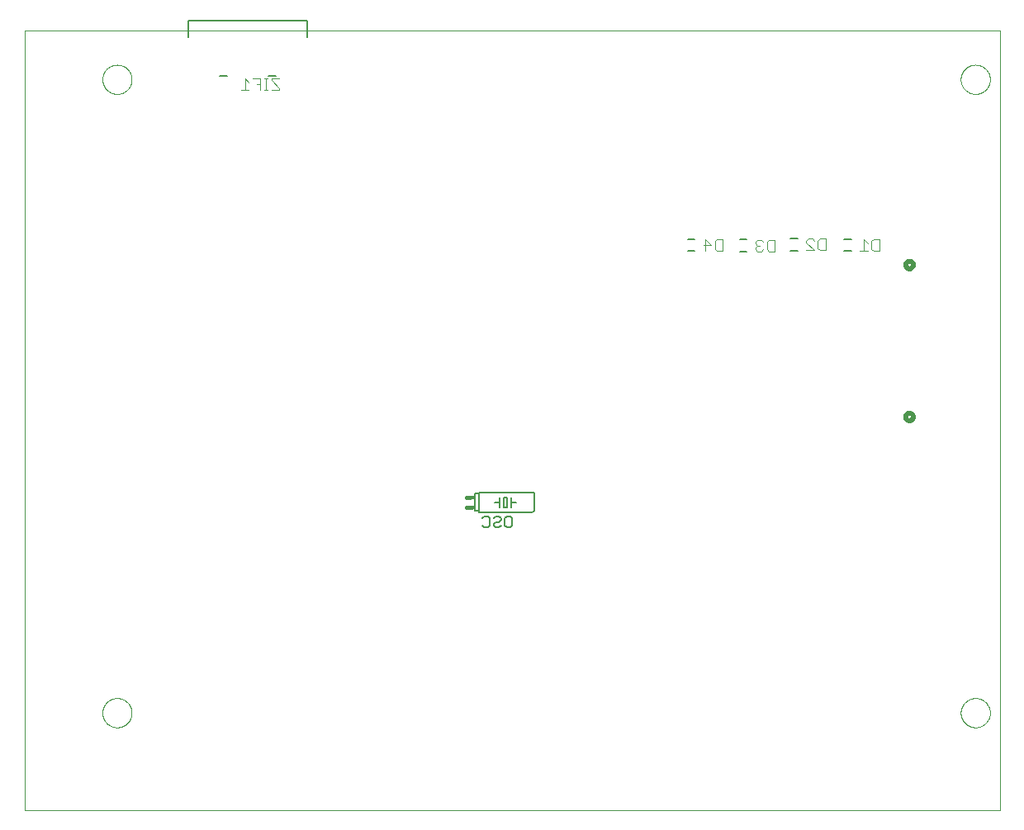
<source format=gbo>
G75*
%MOIN*%
%OFA0B0*%
%FSLAX25Y25*%
%IPPOS*%
%LPD*%
%AMOC8*
5,1,8,0,0,1.08239X$1,22.5*
%
%ADD10C,0.00000*%
%ADD11C,0.00600*%
%ADD12C,0.01600*%
%ADD13C,0.00500*%
%ADD14R,0.02300X0.01600*%
%ADD15C,0.00300*%
%ADD16C,0.02000*%
D10*
X0008551Y0007554D02*
X0008551Y0322514D01*
X0402252Y0322514D01*
X0402252Y0007554D01*
X0008551Y0007554D01*
X0040047Y0046924D02*
X0040049Y0047077D01*
X0040055Y0047231D01*
X0040065Y0047384D01*
X0040079Y0047536D01*
X0040097Y0047689D01*
X0040119Y0047840D01*
X0040144Y0047991D01*
X0040174Y0048142D01*
X0040208Y0048292D01*
X0040245Y0048440D01*
X0040286Y0048588D01*
X0040331Y0048734D01*
X0040380Y0048880D01*
X0040433Y0049024D01*
X0040489Y0049166D01*
X0040549Y0049307D01*
X0040613Y0049447D01*
X0040680Y0049585D01*
X0040751Y0049721D01*
X0040826Y0049855D01*
X0040903Y0049987D01*
X0040985Y0050117D01*
X0041069Y0050245D01*
X0041157Y0050371D01*
X0041248Y0050494D01*
X0041342Y0050615D01*
X0041440Y0050733D01*
X0041540Y0050849D01*
X0041644Y0050962D01*
X0041750Y0051073D01*
X0041859Y0051181D01*
X0041971Y0051286D01*
X0042085Y0051387D01*
X0042203Y0051486D01*
X0042322Y0051582D01*
X0042444Y0051675D01*
X0042569Y0051764D01*
X0042696Y0051851D01*
X0042825Y0051933D01*
X0042956Y0052013D01*
X0043089Y0052089D01*
X0043224Y0052162D01*
X0043361Y0052231D01*
X0043500Y0052296D01*
X0043640Y0052358D01*
X0043782Y0052416D01*
X0043925Y0052471D01*
X0044070Y0052522D01*
X0044216Y0052569D01*
X0044363Y0052612D01*
X0044511Y0052651D01*
X0044660Y0052687D01*
X0044810Y0052718D01*
X0044961Y0052746D01*
X0045112Y0052770D01*
X0045265Y0052790D01*
X0045417Y0052806D01*
X0045570Y0052818D01*
X0045723Y0052826D01*
X0045876Y0052830D01*
X0046030Y0052830D01*
X0046183Y0052826D01*
X0046336Y0052818D01*
X0046489Y0052806D01*
X0046641Y0052790D01*
X0046794Y0052770D01*
X0046945Y0052746D01*
X0047096Y0052718D01*
X0047246Y0052687D01*
X0047395Y0052651D01*
X0047543Y0052612D01*
X0047690Y0052569D01*
X0047836Y0052522D01*
X0047981Y0052471D01*
X0048124Y0052416D01*
X0048266Y0052358D01*
X0048406Y0052296D01*
X0048545Y0052231D01*
X0048682Y0052162D01*
X0048817Y0052089D01*
X0048950Y0052013D01*
X0049081Y0051933D01*
X0049210Y0051851D01*
X0049337Y0051764D01*
X0049462Y0051675D01*
X0049584Y0051582D01*
X0049703Y0051486D01*
X0049821Y0051387D01*
X0049935Y0051286D01*
X0050047Y0051181D01*
X0050156Y0051073D01*
X0050262Y0050962D01*
X0050366Y0050849D01*
X0050466Y0050733D01*
X0050564Y0050615D01*
X0050658Y0050494D01*
X0050749Y0050371D01*
X0050837Y0050245D01*
X0050921Y0050117D01*
X0051003Y0049987D01*
X0051080Y0049855D01*
X0051155Y0049721D01*
X0051226Y0049585D01*
X0051293Y0049447D01*
X0051357Y0049307D01*
X0051417Y0049166D01*
X0051473Y0049024D01*
X0051526Y0048880D01*
X0051575Y0048734D01*
X0051620Y0048588D01*
X0051661Y0048440D01*
X0051698Y0048292D01*
X0051732Y0048142D01*
X0051762Y0047991D01*
X0051787Y0047840D01*
X0051809Y0047689D01*
X0051827Y0047536D01*
X0051841Y0047384D01*
X0051851Y0047231D01*
X0051857Y0047077D01*
X0051859Y0046924D01*
X0051857Y0046771D01*
X0051851Y0046617D01*
X0051841Y0046464D01*
X0051827Y0046312D01*
X0051809Y0046159D01*
X0051787Y0046008D01*
X0051762Y0045857D01*
X0051732Y0045706D01*
X0051698Y0045556D01*
X0051661Y0045408D01*
X0051620Y0045260D01*
X0051575Y0045114D01*
X0051526Y0044968D01*
X0051473Y0044824D01*
X0051417Y0044682D01*
X0051357Y0044541D01*
X0051293Y0044401D01*
X0051226Y0044263D01*
X0051155Y0044127D01*
X0051080Y0043993D01*
X0051003Y0043861D01*
X0050921Y0043731D01*
X0050837Y0043603D01*
X0050749Y0043477D01*
X0050658Y0043354D01*
X0050564Y0043233D01*
X0050466Y0043115D01*
X0050366Y0042999D01*
X0050262Y0042886D01*
X0050156Y0042775D01*
X0050047Y0042667D01*
X0049935Y0042562D01*
X0049821Y0042461D01*
X0049703Y0042362D01*
X0049584Y0042266D01*
X0049462Y0042173D01*
X0049337Y0042084D01*
X0049210Y0041997D01*
X0049081Y0041915D01*
X0048950Y0041835D01*
X0048817Y0041759D01*
X0048682Y0041686D01*
X0048545Y0041617D01*
X0048406Y0041552D01*
X0048266Y0041490D01*
X0048124Y0041432D01*
X0047981Y0041377D01*
X0047836Y0041326D01*
X0047690Y0041279D01*
X0047543Y0041236D01*
X0047395Y0041197D01*
X0047246Y0041161D01*
X0047096Y0041130D01*
X0046945Y0041102D01*
X0046794Y0041078D01*
X0046641Y0041058D01*
X0046489Y0041042D01*
X0046336Y0041030D01*
X0046183Y0041022D01*
X0046030Y0041018D01*
X0045876Y0041018D01*
X0045723Y0041022D01*
X0045570Y0041030D01*
X0045417Y0041042D01*
X0045265Y0041058D01*
X0045112Y0041078D01*
X0044961Y0041102D01*
X0044810Y0041130D01*
X0044660Y0041161D01*
X0044511Y0041197D01*
X0044363Y0041236D01*
X0044216Y0041279D01*
X0044070Y0041326D01*
X0043925Y0041377D01*
X0043782Y0041432D01*
X0043640Y0041490D01*
X0043500Y0041552D01*
X0043361Y0041617D01*
X0043224Y0041686D01*
X0043089Y0041759D01*
X0042956Y0041835D01*
X0042825Y0041915D01*
X0042696Y0041997D01*
X0042569Y0042084D01*
X0042444Y0042173D01*
X0042322Y0042266D01*
X0042203Y0042362D01*
X0042085Y0042461D01*
X0041971Y0042562D01*
X0041859Y0042667D01*
X0041750Y0042775D01*
X0041644Y0042886D01*
X0041540Y0042999D01*
X0041440Y0043115D01*
X0041342Y0043233D01*
X0041248Y0043354D01*
X0041157Y0043477D01*
X0041069Y0043603D01*
X0040985Y0043731D01*
X0040903Y0043861D01*
X0040826Y0043993D01*
X0040751Y0044127D01*
X0040680Y0044263D01*
X0040613Y0044401D01*
X0040549Y0044541D01*
X0040489Y0044682D01*
X0040433Y0044824D01*
X0040380Y0044968D01*
X0040331Y0045114D01*
X0040286Y0045260D01*
X0040245Y0045408D01*
X0040208Y0045556D01*
X0040174Y0045706D01*
X0040144Y0045857D01*
X0040119Y0046008D01*
X0040097Y0046159D01*
X0040079Y0046312D01*
X0040065Y0046464D01*
X0040055Y0046617D01*
X0040049Y0046771D01*
X0040047Y0046924D01*
X0040047Y0302829D02*
X0040049Y0302982D01*
X0040055Y0303136D01*
X0040065Y0303289D01*
X0040079Y0303441D01*
X0040097Y0303594D01*
X0040119Y0303745D01*
X0040144Y0303896D01*
X0040174Y0304047D01*
X0040208Y0304197D01*
X0040245Y0304345D01*
X0040286Y0304493D01*
X0040331Y0304639D01*
X0040380Y0304785D01*
X0040433Y0304929D01*
X0040489Y0305071D01*
X0040549Y0305212D01*
X0040613Y0305352D01*
X0040680Y0305490D01*
X0040751Y0305626D01*
X0040826Y0305760D01*
X0040903Y0305892D01*
X0040985Y0306022D01*
X0041069Y0306150D01*
X0041157Y0306276D01*
X0041248Y0306399D01*
X0041342Y0306520D01*
X0041440Y0306638D01*
X0041540Y0306754D01*
X0041644Y0306867D01*
X0041750Y0306978D01*
X0041859Y0307086D01*
X0041971Y0307191D01*
X0042085Y0307292D01*
X0042203Y0307391D01*
X0042322Y0307487D01*
X0042444Y0307580D01*
X0042569Y0307669D01*
X0042696Y0307756D01*
X0042825Y0307838D01*
X0042956Y0307918D01*
X0043089Y0307994D01*
X0043224Y0308067D01*
X0043361Y0308136D01*
X0043500Y0308201D01*
X0043640Y0308263D01*
X0043782Y0308321D01*
X0043925Y0308376D01*
X0044070Y0308427D01*
X0044216Y0308474D01*
X0044363Y0308517D01*
X0044511Y0308556D01*
X0044660Y0308592D01*
X0044810Y0308623D01*
X0044961Y0308651D01*
X0045112Y0308675D01*
X0045265Y0308695D01*
X0045417Y0308711D01*
X0045570Y0308723D01*
X0045723Y0308731D01*
X0045876Y0308735D01*
X0046030Y0308735D01*
X0046183Y0308731D01*
X0046336Y0308723D01*
X0046489Y0308711D01*
X0046641Y0308695D01*
X0046794Y0308675D01*
X0046945Y0308651D01*
X0047096Y0308623D01*
X0047246Y0308592D01*
X0047395Y0308556D01*
X0047543Y0308517D01*
X0047690Y0308474D01*
X0047836Y0308427D01*
X0047981Y0308376D01*
X0048124Y0308321D01*
X0048266Y0308263D01*
X0048406Y0308201D01*
X0048545Y0308136D01*
X0048682Y0308067D01*
X0048817Y0307994D01*
X0048950Y0307918D01*
X0049081Y0307838D01*
X0049210Y0307756D01*
X0049337Y0307669D01*
X0049462Y0307580D01*
X0049584Y0307487D01*
X0049703Y0307391D01*
X0049821Y0307292D01*
X0049935Y0307191D01*
X0050047Y0307086D01*
X0050156Y0306978D01*
X0050262Y0306867D01*
X0050366Y0306754D01*
X0050466Y0306638D01*
X0050564Y0306520D01*
X0050658Y0306399D01*
X0050749Y0306276D01*
X0050837Y0306150D01*
X0050921Y0306022D01*
X0051003Y0305892D01*
X0051080Y0305760D01*
X0051155Y0305626D01*
X0051226Y0305490D01*
X0051293Y0305352D01*
X0051357Y0305212D01*
X0051417Y0305071D01*
X0051473Y0304929D01*
X0051526Y0304785D01*
X0051575Y0304639D01*
X0051620Y0304493D01*
X0051661Y0304345D01*
X0051698Y0304197D01*
X0051732Y0304047D01*
X0051762Y0303896D01*
X0051787Y0303745D01*
X0051809Y0303594D01*
X0051827Y0303441D01*
X0051841Y0303289D01*
X0051851Y0303136D01*
X0051857Y0302982D01*
X0051859Y0302829D01*
X0051857Y0302676D01*
X0051851Y0302522D01*
X0051841Y0302369D01*
X0051827Y0302217D01*
X0051809Y0302064D01*
X0051787Y0301913D01*
X0051762Y0301762D01*
X0051732Y0301611D01*
X0051698Y0301461D01*
X0051661Y0301313D01*
X0051620Y0301165D01*
X0051575Y0301019D01*
X0051526Y0300873D01*
X0051473Y0300729D01*
X0051417Y0300587D01*
X0051357Y0300446D01*
X0051293Y0300306D01*
X0051226Y0300168D01*
X0051155Y0300032D01*
X0051080Y0299898D01*
X0051003Y0299766D01*
X0050921Y0299636D01*
X0050837Y0299508D01*
X0050749Y0299382D01*
X0050658Y0299259D01*
X0050564Y0299138D01*
X0050466Y0299020D01*
X0050366Y0298904D01*
X0050262Y0298791D01*
X0050156Y0298680D01*
X0050047Y0298572D01*
X0049935Y0298467D01*
X0049821Y0298366D01*
X0049703Y0298267D01*
X0049584Y0298171D01*
X0049462Y0298078D01*
X0049337Y0297989D01*
X0049210Y0297902D01*
X0049081Y0297820D01*
X0048950Y0297740D01*
X0048817Y0297664D01*
X0048682Y0297591D01*
X0048545Y0297522D01*
X0048406Y0297457D01*
X0048266Y0297395D01*
X0048124Y0297337D01*
X0047981Y0297282D01*
X0047836Y0297231D01*
X0047690Y0297184D01*
X0047543Y0297141D01*
X0047395Y0297102D01*
X0047246Y0297066D01*
X0047096Y0297035D01*
X0046945Y0297007D01*
X0046794Y0296983D01*
X0046641Y0296963D01*
X0046489Y0296947D01*
X0046336Y0296935D01*
X0046183Y0296927D01*
X0046030Y0296923D01*
X0045876Y0296923D01*
X0045723Y0296927D01*
X0045570Y0296935D01*
X0045417Y0296947D01*
X0045265Y0296963D01*
X0045112Y0296983D01*
X0044961Y0297007D01*
X0044810Y0297035D01*
X0044660Y0297066D01*
X0044511Y0297102D01*
X0044363Y0297141D01*
X0044216Y0297184D01*
X0044070Y0297231D01*
X0043925Y0297282D01*
X0043782Y0297337D01*
X0043640Y0297395D01*
X0043500Y0297457D01*
X0043361Y0297522D01*
X0043224Y0297591D01*
X0043089Y0297664D01*
X0042956Y0297740D01*
X0042825Y0297820D01*
X0042696Y0297902D01*
X0042569Y0297989D01*
X0042444Y0298078D01*
X0042322Y0298171D01*
X0042203Y0298267D01*
X0042085Y0298366D01*
X0041971Y0298467D01*
X0041859Y0298572D01*
X0041750Y0298680D01*
X0041644Y0298791D01*
X0041540Y0298904D01*
X0041440Y0299020D01*
X0041342Y0299138D01*
X0041248Y0299259D01*
X0041157Y0299382D01*
X0041069Y0299508D01*
X0040985Y0299636D01*
X0040903Y0299766D01*
X0040826Y0299898D01*
X0040751Y0300032D01*
X0040680Y0300168D01*
X0040613Y0300306D01*
X0040549Y0300446D01*
X0040489Y0300587D01*
X0040433Y0300729D01*
X0040380Y0300873D01*
X0040331Y0301019D01*
X0040286Y0301165D01*
X0040245Y0301313D01*
X0040208Y0301461D01*
X0040174Y0301611D01*
X0040144Y0301762D01*
X0040119Y0301913D01*
X0040097Y0302064D01*
X0040079Y0302217D01*
X0040065Y0302369D01*
X0040055Y0302522D01*
X0040049Y0302676D01*
X0040047Y0302829D01*
X0386503Y0302829D02*
X0386505Y0302982D01*
X0386511Y0303136D01*
X0386521Y0303289D01*
X0386535Y0303441D01*
X0386553Y0303594D01*
X0386575Y0303745D01*
X0386600Y0303896D01*
X0386630Y0304047D01*
X0386664Y0304197D01*
X0386701Y0304345D01*
X0386742Y0304493D01*
X0386787Y0304639D01*
X0386836Y0304785D01*
X0386889Y0304929D01*
X0386945Y0305071D01*
X0387005Y0305212D01*
X0387069Y0305352D01*
X0387136Y0305490D01*
X0387207Y0305626D01*
X0387282Y0305760D01*
X0387359Y0305892D01*
X0387441Y0306022D01*
X0387525Y0306150D01*
X0387613Y0306276D01*
X0387704Y0306399D01*
X0387798Y0306520D01*
X0387896Y0306638D01*
X0387996Y0306754D01*
X0388100Y0306867D01*
X0388206Y0306978D01*
X0388315Y0307086D01*
X0388427Y0307191D01*
X0388541Y0307292D01*
X0388659Y0307391D01*
X0388778Y0307487D01*
X0388900Y0307580D01*
X0389025Y0307669D01*
X0389152Y0307756D01*
X0389281Y0307838D01*
X0389412Y0307918D01*
X0389545Y0307994D01*
X0389680Y0308067D01*
X0389817Y0308136D01*
X0389956Y0308201D01*
X0390096Y0308263D01*
X0390238Y0308321D01*
X0390381Y0308376D01*
X0390526Y0308427D01*
X0390672Y0308474D01*
X0390819Y0308517D01*
X0390967Y0308556D01*
X0391116Y0308592D01*
X0391266Y0308623D01*
X0391417Y0308651D01*
X0391568Y0308675D01*
X0391721Y0308695D01*
X0391873Y0308711D01*
X0392026Y0308723D01*
X0392179Y0308731D01*
X0392332Y0308735D01*
X0392486Y0308735D01*
X0392639Y0308731D01*
X0392792Y0308723D01*
X0392945Y0308711D01*
X0393097Y0308695D01*
X0393250Y0308675D01*
X0393401Y0308651D01*
X0393552Y0308623D01*
X0393702Y0308592D01*
X0393851Y0308556D01*
X0393999Y0308517D01*
X0394146Y0308474D01*
X0394292Y0308427D01*
X0394437Y0308376D01*
X0394580Y0308321D01*
X0394722Y0308263D01*
X0394862Y0308201D01*
X0395001Y0308136D01*
X0395138Y0308067D01*
X0395273Y0307994D01*
X0395406Y0307918D01*
X0395537Y0307838D01*
X0395666Y0307756D01*
X0395793Y0307669D01*
X0395918Y0307580D01*
X0396040Y0307487D01*
X0396159Y0307391D01*
X0396277Y0307292D01*
X0396391Y0307191D01*
X0396503Y0307086D01*
X0396612Y0306978D01*
X0396718Y0306867D01*
X0396822Y0306754D01*
X0396922Y0306638D01*
X0397020Y0306520D01*
X0397114Y0306399D01*
X0397205Y0306276D01*
X0397293Y0306150D01*
X0397377Y0306022D01*
X0397459Y0305892D01*
X0397536Y0305760D01*
X0397611Y0305626D01*
X0397682Y0305490D01*
X0397749Y0305352D01*
X0397813Y0305212D01*
X0397873Y0305071D01*
X0397929Y0304929D01*
X0397982Y0304785D01*
X0398031Y0304639D01*
X0398076Y0304493D01*
X0398117Y0304345D01*
X0398154Y0304197D01*
X0398188Y0304047D01*
X0398218Y0303896D01*
X0398243Y0303745D01*
X0398265Y0303594D01*
X0398283Y0303441D01*
X0398297Y0303289D01*
X0398307Y0303136D01*
X0398313Y0302982D01*
X0398315Y0302829D01*
X0398313Y0302676D01*
X0398307Y0302522D01*
X0398297Y0302369D01*
X0398283Y0302217D01*
X0398265Y0302064D01*
X0398243Y0301913D01*
X0398218Y0301762D01*
X0398188Y0301611D01*
X0398154Y0301461D01*
X0398117Y0301313D01*
X0398076Y0301165D01*
X0398031Y0301019D01*
X0397982Y0300873D01*
X0397929Y0300729D01*
X0397873Y0300587D01*
X0397813Y0300446D01*
X0397749Y0300306D01*
X0397682Y0300168D01*
X0397611Y0300032D01*
X0397536Y0299898D01*
X0397459Y0299766D01*
X0397377Y0299636D01*
X0397293Y0299508D01*
X0397205Y0299382D01*
X0397114Y0299259D01*
X0397020Y0299138D01*
X0396922Y0299020D01*
X0396822Y0298904D01*
X0396718Y0298791D01*
X0396612Y0298680D01*
X0396503Y0298572D01*
X0396391Y0298467D01*
X0396277Y0298366D01*
X0396159Y0298267D01*
X0396040Y0298171D01*
X0395918Y0298078D01*
X0395793Y0297989D01*
X0395666Y0297902D01*
X0395537Y0297820D01*
X0395406Y0297740D01*
X0395273Y0297664D01*
X0395138Y0297591D01*
X0395001Y0297522D01*
X0394862Y0297457D01*
X0394722Y0297395D01*
X0394580Y0297337D01*
X0394437Y0297282D01*
X0394292Y0297231D01*
X0394146Y0297184D01*
X0393999Y0297141D01*
X0393851Y0297102D01*
X0393702Y0297066D01*
X0393552Y0297035D01*
X0393401Y0297007D01*
X0393250Y0296983D01*
X0393097Y0296963D01*
X0392945Y0296947D01*
X0392792Y0296935D01*
X0392639Y0296927D01*
X0392486Y0296923D01*
X0392332Y0296923D01*
X0392179Y0296927D01*
X0392026Y0296935D01*
X0391873Y0296947D01*
X0391721Y0296963D01*
X0391568Y0296983D01*
X0391417Y0297007D01*
X0391266Y0297035D01*
X0391116Y0297066D01*
X0390967Y0297102D01*
X0390819Y0297141D01*
X0390672Y0297184D01*
X0390526Y0297231D01*
X0390381Y0297282D01*
X0390238Y0297337D01*
X0390096Y0297395D01*
X0389956Y0297457D01*
X0389817Y0297522D01*
X0389680Y0297591D01*
X0389545Y0297664D01*
X0389412Y0297740D01*
X0389281Y0297820D01*
X0389152Y0297902D01*
X0389025Y0297989D01*
X0388900Y0298078D01*
X0388778Y0298171D01*
X0388659Y0298267D01*
X0388541Y0298366D01*
X0388427Y0298467D01*
X0388315Y0298572D01*
X0388206Y0298680D01*
X0388100Y0298791D01*
X0387996Y0298904D01*
X0387896Y0299020D01*
X0387798Y0299138D01*
X0387704Y0299259D01*
X0387613Y0299382D01*
X0387525Y0299508D01*
X0387441Y0299636D01*
X0387359Y0299766D01*
X0387282Y0299898D01*
X0387207Y0300032D01*
X0387136Y0300168D01*
X0387069Y0300306D01*
X0387005Y0300446D01*
X0386945Y0300587D01*
X0386889Y0300729D01*
X0386836Y0300873D01*
X0386787Y0301019D01*
X0386742Y0301165D01*
X0386701Y0301313D01*
X0386664Y0301461D01*
X0386630Y0301611D01*
X0386600Y0301762D01*
X0386575Y0301913D01*
X0386553Y0302064D01*
X0386535Y0302217D01*
X0386521Y0302369D01*
X0386511Y0302522D01*
X0386505Y0302676D01*
X0386503Y0302829D01*
X0386503Y0046924D02*
X0386505Y0047077D01*
X0386511Y0047231D01*
X0386521Y0047384D01*
X0386535Y0047536D01*
X0386553Y0047689D01*
X0386575Y0047840D01*
X0386600Y0047991D01*
X0386630Y0048142D01*
X0386664Y0048292D01*
X0386701Y0048440D01*
X0386742Y0048588D01*
X0386787Y0048734D01*
X0386836Y0048880D01*
X0386889Y0049024D01*
X0386945Y0049166D01*
X0387005Y0049307D01*
X0387069Y0049447D01*
X0387136Y0049585D01*
X0387207Y0049721D01*
X0387282Y0049855D01*
X0387359Y0049987D01*
X0387441Y0050117D01*
X0387525Y0050245D01*
X0387613Y0050371D01*
X0387704Y0050494D01*
X0387798Y0050615D01*
X0387896Y0050733D01*
X0387996Y0050849D01*
X0388100Y0050962D01*
X0388206Y0051073D01*
X0388315Y0051181D01*
X0388427Y0051286D01*
X0388541Y0051387D01*
X0388659Y0051486D01*
X0388778Y0051582D01*
X0388900Y0051675D01*
X0389025Y0051764D01*
X0389152Y0051851D01*
X0389281Y0051933D01*
X0389412Y0052013D01*
X0389545Y0052089D01*
X0389680Y0052162D01*
X0389817Y0052231D01*
X0389956Y0052296D01*
X0390096Y0052358D01*
X0390238Y0052416D01*
X0390381Y0052471D01*
X0390526Y0052522D01*
X0390672Y0052569D01*
X0390819Y0052612D01*
X0390967Y0052651D01*
X0391116Y0052687D01*
X0391266Y0052718D01*
X0391417Y0052746D01*
X0391568Y0052770D01*
X0391721Y0052790D01*
X0391873Y0052806D01*
X0392026Y0052818D01*
X0392179Y0052826D01*
X0392332Y0052830D01*
X0392486Y0052830D01*
X0392639Y0052826D01*
X0392792Y0052818D01*
X0392945Y0052806D01*
X0393097Y0052790D01*
X0393250Y0052770D01*
X0393401Y0052746D01*
X0393552Y0052718D01*
X0393702Y0052687D01*
X0393851Y0052651D01*
X0393999Y0052612D01*
X0394146Y0052569D01*
X0394292Y0052522D01*
X0394437Y0052471D01*
X0394580Y0052416D01*
X0394722Y0052358D01*
X0394862Y0052296D01*
X0395001Y0052231D01*
X0395138Y0052162D01*
X0395273Y0052089D01*
X0395406Y0052013D01*
X0395537Y0051933D01*
X0395666Y0051851D01*
X0395793Y0051764D01*
X0395918Y0051675D01*
X0396040Y0051582D01*
X0396159Y0051486D01*
X0396277Y0051387D01*
X0396391Y0051286D01*
X0396503Y0051181D01*
X0396612Y0051073D01*
X0396718Y0050962D01*
X0396822Y0050849D01*
X0396922Y0050733D01*
X0397020Y0050615D01*
X0397114Y0050494D01*
X0397205Y0050371D01*
X0397293Y0050245D01*
X0397377Y0050117D01*
X0397459Y0049987D01*
X0397536Y0049855D01*
X0397611Y0049721D01*
X0397682Y0049585D01*
X0397749Y0049447D01*
X0397813Y0049307D01*
X0397873Y0049166D01*
X0397929Y0049024D01*
X0397982Y0048880D01*
X0398031Y0048734D01*
X0398076Y0048588D01*
X0398117Y0048440D01*
X0398154Y0048292D01*
X0398188Y0048142D01*
X0398218Y0047991D01*
X0398243Y0047840D01*
X0398265Y0047689D01*
X0398283Y0047536D01*
X0398297Y0047384D01*
X0398307Y0047231D01*
X0398313Y0047077D01*
X0398315Y0046924D01*
X0398313Y0046771D01*
X0398307Y0046617D01*
X0398297Y0046464D01*
X0398283Y0046312D01*
X0398265Y0046159D01*
X0398243Y0046008D01*
X0398218Y0045857D01*
X0398188Y0045706D01*
X0398154Y0045556D01*
X0398117Y0045408D01*
X0398076Y0045260D01*
X0398031Y0045114D01*
X0397982Y0044968D01*
X0397929Y0044824D01*
X0397873Y0044682D01*
X0397813Y0044541D01*
X0397749Y0044401D01*
X0397682Y0044263D01*
X0397611Y0044127D01*
X0397536Y0043993D01*
X0397459Y0043861D01*
X0397377Y0043731D01*
X0397293Y0043603D01*
X0397205Y0043477D01*
X0397114Y0043354D01*
X0397020Y0043233D01*
X0396922Y0043115D01*
X0396822Y0042999D01*
X0396718Y0042886D01*
X0396612Y0042775D01*
X0396503Y0042667D01*
X0396391Y0042562D01*
X0396277Y0042461D01*
X0396159Y0042362D01*
X0396040Y0042266D01*
X0395918Y0042173D01*
X0395793Y0042084D01*
X0395666Y0041997D01*
X0395537Y0041915D01*
X0395406Y0041835D01*
X0395273Y0041759D01*
X0395138Y0041686D01*
X0395001Y0041617D01*
X0394862Y0041552D01*
X0394722Y0041490D01*
X0394580Y0041432D01*
X0394437Y0041377D01*
X0394292Y0041326D01*
X0394146Y0041279D01*
X0393999Y0041236D01*
X0393851Y0041197D01*
X0393702Y0041161D01*
X0393552Y0041130D01*
X0393401Y0041102D01*
X0393250Y0041078D01*
X0393097Y0041058D01*
X0392945Y0041042D01*
X0392792Y0041030D01*
X0392639Y0041022D01*
X0392486Y0041018D01*
X0392332Y0041018D01*
X0392179Y0041022D01*
X0392026Y0041030D01*
X0391873Y0041042D01*
X0391721Y0041058D01*
X0391568Y0041078D01*
X0391417Y0041102D01*
X0391266Y0041130D01*
X0391116Y0041161D01*
X0390967Y0041197D01*
X0390819Y0041236D01*
X0390672Y0041279D01*
X0390526Y0041326D01*
X0390381Y0041377D01*
X0390238Y0041432D01*
X0390096Y0041490D01*
X0389956Y0041552D01*
X0389817Y0041617D01*
X0389680Y0041686D01*
X0389545Y0041759D01*
X0389412Y0041835D01*
X0389281Y0041915D01*
X0389152Y0041997D01*
X0389025Y0042084D01*
X0388900Y0042173D01*
X0388778Y0042266D01*
X0388659Y0042362D01*
X0388541Y0042461D01*
X0388427Y0042562D01*
X0388315Y0042667D01*
X0388206Y0042775D01*
X0388100Y0042886D01*
X0387996Y0042999D01*
X0387896Y0043115D01*
X0387798Y0043233D01*
X0387704Y0043354D01*
X0387613Y0043477D01*
X0387525Y0043603D01*
X0387441Y0043731D01*
X0387359Y0043861D01*
X0387282Y0043993D01*
X0387207Y0044127D01*
X0387136Y0044263D01*
X0387069Y0044401D01*
X0387005Y0044541D01*
X0386945Y0044682D01*
X0386889Y0044824D01*
X0386836Y0044968D01*
X0386787Y0045114D01*
X0386742Y0045260D01*
X0386701Y0045408D01*
X0386664Y0045556D01*
X0386630Y0045706D01*
X0386600Y0045857D01*
X0386575Y0046008D01*
X0386553Y0046159D01*
X0386535Y0046312D01*
X0386521Y0046464D01*
X0386511Y0046617D01*
X0386505Y0046771D01*
X0386503Y0046924D01*
D11*
X0214465Y0129062D02*
X0214465Y0135062D01*
X0214463Y0135122D01*
X0214458Y0135183D01*
X0214449Y0135242D01*
X0214436Y0135301D01*
X0214420Y0135360D01*
X0214400Y0135417D01*
X0214377Y0135472D01*
X0214350Y0135527D01*
X0214321Y0135579D01*
X0214288Y0135630D01*
X0214252Y0135679D01*
X0214214Y0135725D01*
X0214172Y0135769D01*
X0214128Y0135811D01*
X0214082Y0135849D01*
X0214033Y0135885D01*
X0213982Y0135918D01*
X0213930Y0135947D01*
X0213875Y0135974D01*
X0213820Y0135997D01*
X0213763Y0136017D01*
X0213704Y0136033D01*
X0213645Y0136046D01*
X0213586Y0136055D01*
X0213525Y0136060D01*
X0213465Y0136062D01*
X0191965Y0136062D01*
X0191965Y0135562D01*
X0191965Y0128562D01*
X0191965Y0128062D01*
X0213465Y0128062D01*
X0213525Y0128064D01*
X0213586Y0128069D01*
X0213645Y0128078D01*
X0213704Y0128091D01*
X0213763Y0128107D01*
X0213820Y0128127D01*
X0213875Y0128150D01*
X0213930Y0128177D01*
X0213982Y0128206D01*
X0214033Y0128239D01*
X0214082Y0128275D01*
X0214128Y0128313D01*
X0214172Y0128355D01*
X0214214Y0128399D01*
X0214252Y0128445D01*
X0214288Y0128494D01*
X0214321Y0128545D01*
X0214350Y0128597D01*
X0214377Y0128652D01*
X0214400Y0128707D01*
X0214420Y0128764D01*
X0214436Y0128823D01*
X0214449Y0128882D01*
X0214458Y0128941D01*
X0214463Y0129002D01*
X0214465Y0129062D01*
X0206965Y0132062D02*
X0204965Y0132062D01*
X0204965Y0134062D01*
X0203465Y0134062D02*
X0203465Y0130062D01*
X0201965Y0130062D01*
X0201965Y0134062D01*
X0203465Y0134062D01*
X0204965Y0132062D02*
X0204965Y0130062D01*
X0200465Y0130062D02*
X0200465Y0132062D01*
X0200465Y0134062D01*
X0200465Y0132062D02*
X0198465Y0132062D01*
X0191965Y0135562D02*
X0190465Y0135562D01*
X0190465Y0128562D01*
X0191965Y0128562D01*
X0276246Y0233500D02*
X0279046Y0233500D01*
X0279046Y0238300D02*
X0276246Y0238300D01*
X0297309Y0238103D02*
X0300109Y0238103D01*
X0300109Y0233303D02*
X0297309Y0233303D01*
X0317781Y0233697D02*
X0320581Y0233697D01*
X0320581Y0238497D02*
X0317781Y0238497D01*
X0339435Y0238300D02*
X0342235Y0238300D01*
X0342235Y0233500D02*
X0339435Y0233500D01*
X0122709Y0319794D02*
X0122709Y0326694D01*
X0074709Y0326694D01*
X0074709Y0319794D01*
X0087509Y0304294D02*
X0090309Y0304294D01*
X0107109Y0304294D02*
X0109909Y0304294D01*
D12*
X0186965Y0134062D02*
X0188465Y0134062D01*
X0188965Y0130062D02*
X0186965Y0130062D01*
D13*
X0193316Y0125565D02*
X0194067Y0126316D01*
X0195568Y0126316D01*
X0196319Y0125565D01*
X0196319Y0122562D01*
X0195568Y0121812D01*
X0194067Y0121812D01*
X0193316Y0122562D01*
X0197920Y0122562D02*
X0198671Y0121812D01*
X0200172Y0121812D01*
X0200922Y0122562D01*
X0202524Y0122562D02*
X0202524Y0125565D01*
X0203274Y0126316D01*
X0204776Y0126316D01*
X0205526Y0125565D01*
X0205526Y0122562D01*
X0204776Y0121812D01*
X0203274Y0121812D01*
X0202524Y0122562D01*
X0200922Y0124814D02*
X0200172Y0124064D01*
X0198671Y0124064D01*
X0197920Y0123313D01*
X0197920Y0122562D01*
X0197920Y0125565D02*
X0198671Y0126316D01*
X0200172Y0126316D01*
X0200922Y0125565D01*
X0200922Y0124814D01*
D14*
X0189115Y0130062D03*
X0189115Y0134062D03*
D15*
X0283440Y0233550D02*
X0283440Y0238254D01*
X0285792Y0235902D01*
X0282656Y0235902D01*
X0287260Y0234334D02*
X0287260Y0237470D01*
X0288044Y0238254D01*
X0290396Y0238254D01*
X0290396Y0233550D01*
X0288044Y0233550D01*
X0287260Y0234334D01*
X0303719Y0234137D02*
X0304503Y0233353D01*
X0306071Y0233353D01*
X0306855Y0234137D01*
X0308323Y0234137D02*
X0308323Y0237273D01*
X0309107Y0238057D01*
X0311459Y0238057D01*
X0311459Y0233353D01*
X0309107Y0233353D01*
X0308323Y0234137D01*
X0305287Y0235705D02*
X0304503Y0235705D01*
X0303719Y0234921D01*
X0303719Y0234137D01*
X0304503Y0235705D02*
X0303719Y0236489D01*
X0303719Y0237273D01*
X0304503Y0238057D01*
X0306071Y0238057D01*
X0306855Y0237273D01*
X0324191Y0236883D02*
X0327327Y0233747D01*
X0324191Y0233747D01*
X0324191Y0236883D02*
X0324191Y0237667D01*
X0324975Y0238451D01*
X0326543Y0238451D01*
X0327327Y0237667D01*
X0328795Y0237667D02*
X0328795Y0234531D01*
X0329579Y0233747D01*
X0331931Y0233747D01*
X0331931Y0238451D01*
X0329579Y0238451D01*
X0328795Y0237667D01*
X0345845Y0233550D02*
X0348981Y0233550D01*
X0347413Y0233550D02*
X0347413Y0238254D01*
X0348981Y0236686D01*
X0350449Y0237470D02*
X0351233Y0238254D01*
X0353585Y0238254D01*
X0353585Y0233550D01*
X0351233Y0233550D01*
X0350449Y0234334D01*
X0350449Y0237470D01*
X0111459Y0298544D02*
X0108323Y0298544D01*
X0106855Y0298544D02*
X0105287Y0298544D01*
X0106071Y0298544D02*
X0106071Y0303248D01*
X0106855Y0303248D02*
X0105287Y0303248D01*
X0103785Y0303248D02*
X0100649Y0303248D01*
X0099182Y0301680D02*
X0097614Y0303248D01*
X0097614Y0298544D01*
X0099182Y0298544D02*
X0096046Y0298544D01*
X0102217Y0300896D02*
X0103785Y0300896D01*
X0103785Y0298544D02*
X0103785Y0303248D01*
X0108323Y0303248D02*
X0108323Y0302464D01*
X0111459Y0299328D01*
X0111459Y0298544D01*
X0111459Y0303248D02*
X0108323Y0303248D01*
D16*
X0365835Y0229337D02*
X0365911Y0229335D01*
X0365987Y0229329D01*
X0366062Y0229320D01*
X0366137Y0229306D01*
X0366211Y0229289D01*
X0366284Y0229268D01*
X0366356Y0229244D01*
X0366427Y0229215D01*
X0366496Y0229184D01*
X0366563Y0229149D01*
X0366628Y0229110D01*
X0366692Y0229068D01*
X0366753Y0229023D01*
X0366812Y0228975D01*
X0366868Y0228924D01*
X0366922Y0228870D01*
X0366973Y0228814D01*
X0367021Y0228755D01*
X0367066Y0228694D01*
X0367108Y0228630D01*
X0367147Y0228565D01*
X0367182Y0228498D01*
X0367213Y0228429D01*
X0367242Y0228358D01*
X0367266Y0228286D01*
X0367287Y0228213D01*
X0367304Y0228139D01*
X0367318Y0228064D01*
X0367327Y0227989D01*
X0367333Y0227913D01*
X0367335Y0227837D01*
X0367333Y0227761D01*
X0367327Y0227685D01*
X0367318Y0227610D01*
X0367304Y0227535D01*
X0367287Y0227461D01*
X0367266Y0227388D01*
X0367242Y0227316D01*
X0367213Y0227245D01*
X0367182Y0227176D01*
X0367147Y0227109D01*
X0367108Y0227044D01*
X0367066Y0226980D01*
X0367021Y0226919D01*
X0366973Y0226860D01*
X0366922Y0226804D01*
X0366868Y0226750D01*
X0366812Y0226699D01*
X0366753Y0226651D01*
X0366692Y0226606D01*
X0366628Y0226564D01*
X0366563Y0226525D01*
X0366496Y0226490D01*
X0366427Y0226459D01*
X0366356Y0226430D01*
X0366284Y0226406D01*
X0366211Y0226385D01*
X0366137Y0226368D01*
X0366062Y0226354D01*
X0365987Y0226345D01*
X0365911Y0226339D01*
X0365835Y0226337D01*
X0365759Y0226339D01*
X0365683Y0226345D01*
X0365608Y0226354D01*
X0365533Y0226368D01*
X0365459Y0226385D01*
X0365386Y0226406D01*
X0365314Y0226430D01*
X0365243Y0226459D01*
X0365174Y0226490D01*
X0365107Y0226525D01*
X0365042Y0226564D01*
X0364978Y0226606D01*
X0364917Y0226651D01*
X0364858Y0226699D01*
X0364802Y0226750D01*
X0364748Y0226804D01*
X0364697Y0226860D01*
X0364649Y0226919D01*
X0364604Y0226980D01*
X0364562Y0227044D01*
X0364523Y0227109D01*
X0364488Y0227176D01*
X0364457Y0227245D01*
X0364428Y0227316D01*
X0364404Y0227388D01*
X0364383Y0227461D01*
X0364366Y0227535D01*
X0364352Y0227610D01*
X0364343Y0227685D01*
X0364337Y0227761D01*
X0364335Y0227837D01*
X0364337Y0227913D01*
X0364343Y0227989D01*
X0364352Y0228064D01*
X0364366Y0228139D01*
X0364383Y0228213D01*
X0364404Y0228286D01*
X0364428Y0228358D01*
X0364457Y0228429D01*
X0364488Y0228498D01*
X0364523Y0228565D01*
X0364562Y0228630D01*
X0364604Y0228694D01*
X0364649Y0228755D01*
X0364697Y0228814D01*
X0364748Y0228870D01*
X0364802Y0228924D01*
X0364858Y0228975D01*
X0364917Y0229023D01*
X0364978Y0229068D01*
X0365042Y0229110D01*
X0365107Y0229149D01*
X0365174Y0229184D01*
X0365243Y0229215D01*
X0365314Y0229244D01*
X0365386Y0229268D01*
X0365459Y0229289D01*
X0365533Y0229306D01*
X0365608Y0229320D01*
X0365683Y0229329D01*
X0365759Y0229335D01*
X0365835Y0229337D01*
X0365835Y0167920D02*
X0365911Y0167918D01*
X0365987Y0167912D01*
X0366062Y0167903D01*
X0366137Y0167889D01*
X0366211Y0167872D01*
X0366284Y0167851D01*
X0366356Y0167827D01*
X0366427Y0167798D01*
X0366496Y0167767D01*
X0366563Y0167732D01*
X0366628Y0167693D01*
X0366692Y0167651D01*
X0366753Y0167606D01*
X0366812Y0167558D01*
X0366868Y0167507D01*
X0366922Y0167453D01*
X0366973Y0167397D01*
X0367021Y0167338D01*
X0367066Y0167277D01*
X0367108Y0167213D01*
X0367147Y0167148D01*
X0367182Y0167081D01*
X0367213Y0167012D01*
X0367242Y0166941D01*
X0367266Y0166869D01*
X0367287Y0166796D01*
X0367304Y0166722D01*
X0367318Y0166647D01*
X0367327Y0166572D01*
X0367333Y0166496D01*
X0367335Y0166420D01*
X0367333Y0166344D01*
X0367327Y0166268D01*
X0367318Y0166193D01*
X0367304Y0166118D01*
X0367287Y0166044D01*
X0367266Y0165971D01*
X0367242Y0165899D01*
X0367213Y0165828D01*
X0367182Y0165759D01*
X0367147Y0165692D01*
X0367108Y0165627D01*
X0367066Y0165563D01*
X0367021Y0165502D01*
X0366973Y0165443D01*
X0366922Y0165387D01*
X0366868Y0165333D01*
X0366812Y0165282D01*
X0366753Y0165234D01*
X0366692Y0165189D01*
X0366628Y0165147D01*
X0366563Y0165108D01*
X0366496Y0165073D01*
X0366427Y0165042D01*
X0366356Y0165013D01*
X0366284Y0164989D01*
X0366211Y0164968D01*
X0366137Y0164951D01*
X0366062Y0164937D01*
X0365987Y0164928D01*
X0365911Y0164922D01*
X0365835Y0164920D01*
X0365759Y0164922D01*
X0365683Y0164928D01*
X0365608Y0164937D01*
X0365533Y0164951D01*
X0365459Y0164968D01*
X0365386Y0164989D01*
X0365314Y0165013D01*
X0365243Y0165042D01*
X0365174Y0165073D01*
X0365107Y0165108D01*
X0365042Y0165147D01*
X0364978Y0165189D01*
X0364917Y0165234D01*
X0364858Y0165282D01*
X0364802Y0165333D01*
X0364748Y0165387D01*
X0364697Y0165443D01*
X0364649Y0165502D01*
X0364604Y0165563D01*
X0364562Y0165627D01*
X0364523Y0165692D01*
X0364488Y0165759D01*
X0364457Y0165828D01*
X0364428Y0165899D01*
X0364404Y0165971D01*
X0364383Y0166044D01*
X0364366Y0166118D01*
X0364352Y0166193D01*
X0364343Y0166268D01*
X0364337Y0166344D01*
X0364335Y0166420D01*
X0364337Y0166496D01*
X0364343Y0166572D01*
X0364352Y0166647D01*
X0364366Y0166722D01*
X0364383Y0166796D01*
X0364404Y0166869D01*
X0364428Y0166941D01*
X0364457Y0167012D01*
X0364488Y0167081D01*
X0364523Y0167148D01*
X0364562Y0167213D01*
X0364604Y0167277D01*
X0364649Y0167338D01*
X0364697Y0167397D01*
X0364748Y0167453D01*
X0364802Y0167507D01*
X0364858Y0167558D01*
X0364917Y0167606D01*
X0364978Y0167651D01*
X0365042Y0167693D01*
X0365107Y0167732D01*
X0365174Y0167767D01*
X0365243Y0167798D01*
X0365314Y0167827D01*
X0365386Y0167851D01*
X0365459Y0167872D01*
X0365533Y0167889D01*
X0365608Y0167903D01*
X0365683Y0167912D01*
X0365759Y0167918D01*
X0365835Y0167920D01*
M02*

</source>
